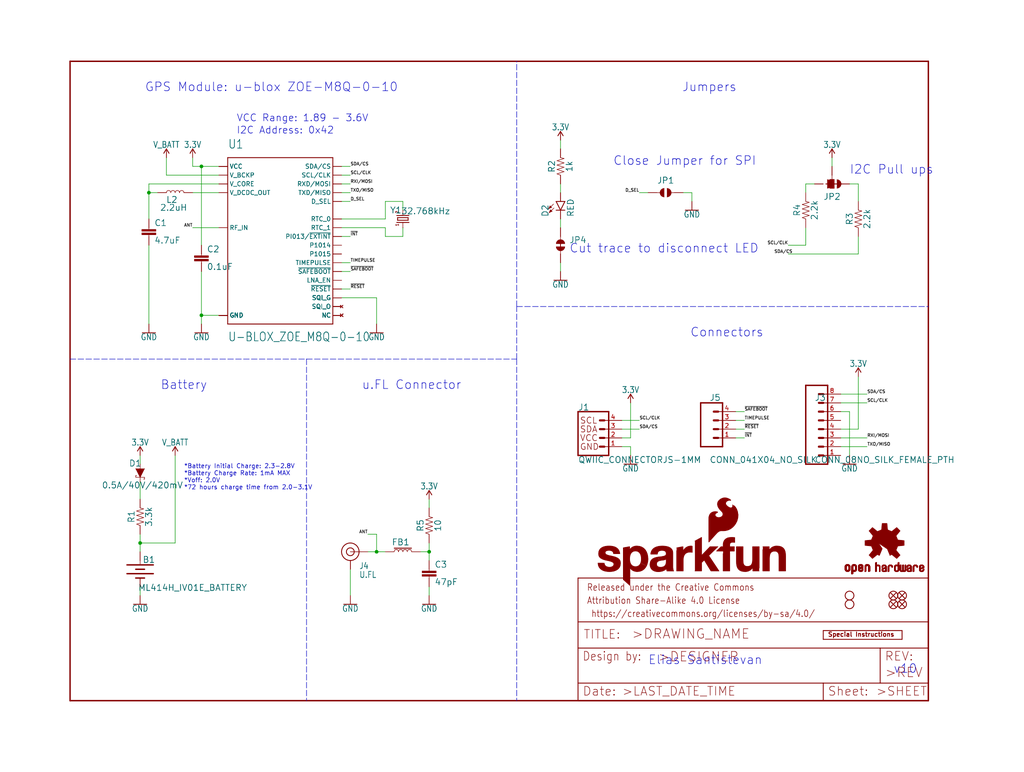
<source format=kicad_sch>
(kicad_sch (version 20211123) (generator eeschema)
  (paper "User" 297.002 223.926)
  (lib_symbols
    (symbol "eagleSchem-eagle-import:0.1UF-0603-25V-(+80{slash}-20%)"
      (property "Reference" "C" (at 1.524 2.921 0))
      (property "Value" "0.1UF-0603-25V-(+80{slash}-20%)" (at 1.524 -2.159 0))
      (symbol "0.1UF-0603-25V-(+80{slash}-20%)_1_0"
        (pin passive line (at 0 5.08 270) (length 2.54) (name "1") (number "1"))
        (pin passive line (at 0 -2.54 90) (length 2.54) (name "2") (number "2"))
      )
    )
    (symbol "eagleSchem-eagle-import:10OHM-0603-1{slash}10W-1%"
      (property "Reference" "R" (at 0 1.524 0))
      (property "Value" "10OHM-0603-1{slash}10W-1%" (at 0 -1.524 0))
      (symbol "10OHM-0603-1{slash}10W-1%_1_0"
        (pin passive line (at -5.08 0 0) (length 2.54) (name "1") (number "1"))
        (pin passive line (at 5.08 0 180) (length 2.54) (name "2") (number "2"))
      )
    )
    (symbol "eagleSchem-eagle-import:1KOHM-0603-1{slash}10W-1%"
      (property "Reference" "R" (at 0 1.524 0))
      (property "Value" "1KOHM-0603-1{slash}10W-1%" (at 0 -1.524 0))
      (symbol "1KOHM-0603-1{slash}10W-1%_1_0"
        (pin passive line (at -5.08 0 0) (length 2.54) (name "1") (number "1"))
        (pin passive line (at 5.08 0 180) (length 2.54) (name "2") (number "2"))
      )
    )
    (symbol "eagleSchem-eagle-import:2.2KOHM-0603-1{slash}10W-1%"
      (property "Reference" "R" (at 0 1.524 0))
      (property "Value" "2.2KOHM-0603-1{slash}10W-1%" (at 0 -1.524 0))
      (symbol "2.2KOHM-0603-1{slash}10W-1%_1_0"
        (pin passive line (at -5.08 0 0) (length 2.54) (name "1") (number "1"))
        (pin passive line (at 5.08 0 180) (length 2.54) (name "2") (number "2"))
      )
    )
    (symbol "eagleSchem-eagle-import:2.2μH_SHIELDED_INDUCTOR"
      (property "Reference" "L" (at 1.27 2.54 0))
      (property "Value" "2.2μH_SHIELDED_INDUCTOR" (at 1.27 -2.54 0))
      (symbol "2.2μH_SHIELDED_INDUCTOR_1_0"
        (pin passive line (at 0 5.08 270) (length 2.54) (name "1") (number "1"))
        (pin passive line (at 0 -5.08 90) (length 2.54) (name "2") (number "2"))
      )
    )
    (symbol "eagleSchem-eagle-import:3.3KOHM-0603-1{slash}10W-1%"
      (property "Reference" "R" (at 0 1.524 0))
      (property "Value" "3.3KOHM-0603-1{slash}10W-1%" (at 0 -1.524 0))
      (symbol "3.3KOHM-0603-1{slash}10W-1%_1_0"
        (pin passive line (at -5.08 0 0) (length 2.54) (name "1") (number "1"))
        (pin passive line (at 5.08 0 180) (length 2.54) (name "2") (number "2"))
      )
    )
    (symbol "eagleSchem-eagle-import:3.3V" (power)
      (property "Value" "3.3V" (at 0 2.794 0))
      (symbol "3.3V_1_0"
        (pin power_in line (at 0 0 90) (length 2.54) (name "3.3V") (number "1"))
      )
    )
    (symbol "eagleSchem-eagle-import:4.7UF-0603-6.3V-(10%)"
      (property "Reference" "C" (at 1.524 2.921 0))
      (property "Value" "4.7UF-0603-6.3V-(10%)" (at 1.524 -2.159 0))
      (symbol "4.7UF-0603-6.3V-(10%)_1_0"
        (pin passive line (at 0 5.08 270) (length 2.54) (name "1") (number "1"))
        (pin passive line (at 0 -2.54 90) (length 2.54) (name "2") (number "2"))
      )
    )
    (symbol "eagleSchem-eagle-import:47PF-0603-50V-5%"
      (property "Reference" "C" (at 1.524 2.921 0))
      (property "Value" "47PF-0603-50V-5%" (at 1.524 -2.159 0))
      (symbol "47PF-0603-50V-5%_1_0"
        (pin passive line (at 0 5.08 270) (length 2.54) (name "1") (number "1"))
        (pin passive line (at 0 -2.54 90) (length 2.54) (name "2") (number "2"))
      )
    )
    (symbol "eagleSchem-eagle-import:CONN_041X04_NO_SILK"
      (property "Reference" "J" (at -5.08 8.128 0))
      (property "Value" "CONN_041X04_NO_SILK" (at -5.08 -7.366 0))
      (symbol "CONN_041X04_NO_SILK_1_0"
        (pin passive line (at 5.08 -2.54 180) (length 5.08) (name "1") (number "1"))
        (pin passive line (at 5.08 0 180) (length 5.08) (name "2") (number "2"))
        (pin passive line (at 5.08 2.54 180) (length 5.08) (name "3") (number "3"))
        (pin passive line (at 5.08 5.08 180) (length 5.08) (name "4") (number "4"))
      )
    )
    (symbol "eagleSchem-eagle-import:CONN_08NO_SILK_FEMALE_PTH"
      (property "Reference" "J" (at -5.08 13.208 0))
      (property "Value" "CONN_08NO_SILK_FEMALE_PTH" (at -5.08 -12.446 0))
      (symbol "CONN_08NO_SILK_FEMALE_PTH_1_0"
        (pin passive line (at 5.08 -7.62 180) (length 5.08) (name "1") (number "1"))
        (pin passive line (at 5.08 -5.08 180) (length 5.08) (name "2") (number "2"))
        (pin passive line (at 5.08 -2.54 180) (length 5.08) (name "3") (number "3"))
        (pin passive line (at 5.08 0 180) (length 5.08) (name "4") (number "4"))
        (pin passive line (at 5.08 2.54 180) (length 5.08) (name "5") (number "5"))
        (pin passive line (at 5.08 5.08 180) (length 5.08) (name "6") (number "6"))
        (pin passive line (at 5.08 7.62 180) (length 5.08) (name "7") (number "7"))
        (pin passive line (at 5.08 10.16 180) (length 5.08) (name "8") (number "8"))
      )
    )
    (symbol "eagleSchem-eagle-import:CRYSTAL-32.768KHZSMD-3.2X1.5"
      (property "Reference" "Y" (at 0 2.032 0))
      (property "Value" "CRYSTAL-32.768KHZSMD-3.2X1.5" (at 0 -2.032 0))
      (symbol "CRYSTAL-32.768KHZSMD-3.2X1.5_1_0"
        (text "1" (at -2.159 -1.143 0) (effects (font (size 0.8636 0.734)) (justify left bottom)))
        (text "2" (at 1.524 -1.143 0) (effects (font (size 0.8636 0.734)) (justify left bottom)))
        (pin passive line (at -2.54 0 0) (length 0) (name "1") (number "P$1"))
        (pin passive line (at 2.54 0 180) (length 0) (name "2") (number "P$2"))
      )
    )
    (symbol "eagleSchem-eagle-import:DIODE-SCHOTTKY-PMEG4005EJ"
      (property "Reference" "D" (at -2.54 2.032 0))
      (property "Value" "DIODE-SCHOTTKY-PMEG4005EJ" (at -2.54 -2.032 0))
      (symbol "DIODE-SCHOTTKY-PMEG4005EJ_1_0"
        (pin passive line (at -2.54 0 0) (length 0) (name "A") (number "A"))
        (pin passive line (at 2.54 0 180) (length 0) (name "C") (number "C"))
      )
    )
    (symbol "eagleSchem-eagle-import:FERRITE_BEAD-120_OHM-0402"
      (property "Reference" "FB" (at 1.27 2.54 0))
      (property "Value" "FERRITE_BEAD-120_OHM-0402" (at 1.27 -2.54 0))
      (symbol "FERRITE_BEAD-120_OHM-0402_1_0"
        (pin passive line (at 0 5.08 270) (length 2.54) (name "1") (number "1"))
        (pin passive line (at 0 -5.08 90) (length 2.54) (name "2") (number "2"))
      )
    )
    (symbol "eagleSchem-eagle-import:FIDUCIALUFIDUCIAL")
    (symbol "eagleSchem-eagle-import:FRAME-LETTER"
      (symbol "FRAME-LETTER_2_0"
        (text " https://creativecommons.org/licenses/by-sa/4.0/" (at 2.54 24.13 0) (effects (font (size 1.9304 1.6408)) (justify left bottom)))
        (text ">DESIGNER" (at 23.114 11.176 0) (effects (font (size 2.7432 2.7432)) (justify left bottom)))
        (text ">DRAWING_NAME" (at 15.494 17.78 0) (effects (font (size 2.7432 2.7432)) (justify left bottom)))
        (text ">LAST_DATE_TIME" (at 12.7 1.27 0) (effects (font (size 2.54 2.54)) (justify left bottom)))
        (text ">REV" (at 88.9 6.604 0) (effects (font (size 2.7432 2.7432)) (justify left bottom)))
        (text ">SHEET" (at 86.36 1.27 0) (effects (font (size 2.54 2.54)) (justify left bottom)))
        (text "Attribution Share-Alike 4.0 License" (at 2.54 27.94 0) (effects (font (size 1.9304 1.6408)) (justify left bottom)))
        (text "Date:" (at 1.27 1.27 0) (effects (font (size 2.54 2.54)) (justify left bottom)))
        (text "Design by:" (at 1.27 11.43 0) (effects (font (size 2.54 2.159)) (justify left bottom)))
        (text "Released under the Creative Commons" (at 2.54 31.75 0) (effects (font (size 1.9304 1.6408)) (justify left bottom)))
        (text "REV:" (at 88.9 11.43 0) (effects (font (size 2.54 2.54)) (justify left bottom)))
        (text "Sheet:" (at 72.39 1.27 0) (effects (font (size 2.54 2.54)) (justify left bottom)))
        (text "TITLE:" (at 1.524 17.78 0) (effects (font (size 2.54 2.54)) (justify left bottom)))
      )
    )
    (symbol "eagleSchem-eagle-import:GND" (power)
      (property "Value" "GND" (at 0 -0.254 0))
      (symbol "GND_1_0"
        (pin power_in line (at 0 2.54 270) (length 2.54) (name "GND") (number "1"))
      )
    )
    (symbol "eagleSchem-eagle-import:JUMPER-SMT_2_NC_TRACE_SILK"
      (property "Reference" "JP" (at -2.54 2.54 0))
      (property "Value" "JUMPER-SMT_2_NC_TRACE_SILK" (at -2.54 -2.54 0))
      (symbol "JUMPER-SMT_2_NC_TRACE_SILK_1_0"
        (pin passive line (at -5.08 0 0) (length 2.54) (name "1") (number "1"))
        (pin passive line (at 5.08 0 180) (length 2.54) (name "2") (number "2"))
      )
    )
    (symbol "eagleSchem-eagle-import:JUMPER-SMT_2_NO_SILK"
      (property "Reference" "JP" (at -2.54 2.54 0))
      (property "Value" "JUMPER-SMT_2_NO_SILK" (at -2.54 -2.54 0))
      (symbol "JUMPER-SMT_2_NO_SILK_1_0"
        (pin passive line (at -5.08 0 0) (length 2.54) (name "1") (number "1"))
        (pin passive line (at 5.08 0 180) (length 2.54) (name "2") (number "2"))
      )
    )
    (symbol "eagleSchem-eagle-import:JUMPER-SMT_3_2-NC_TRACE_SILK"
      (property "Reference" "JP" (at 2.54 0.381 0))
      (property "Value" "JUMPER-SMT_3_2-NC_TRACE_SILK" (at 2.54 -0.381 0))
      (symbol "JUMPER-SMT_3_2-NC_TRACE_SILK_1_0"
        (pin passive line (at 0 5.08 270) (length 2.54) (name "1") (number "1"))
        (pin passive line (at -5.08 0 0) (length 2.54) (name "2") (number "2"))
        (pin passive line (at 0 -5.08 90) (length 2.54) (name "3") (number "3"))
      )
    )
    (symbol "eagleSchem-eagle-import:LED-RED0603"
      (property "Reference" "D" (at -3.429 -4.572 90))
      (property "Value" "LED-RED0603" (at 1.905 -4.572 90))
      (symbol "LED-RED0603_1_0"
        (pin passive line (at 0 2.54 270) (length 2.54) (name "A") (number "A"))
        (pin passive line (at 0 -5.08 90) (length 2.54) (name "C") (number "C"))
      )
    )
    (symbol "eagleSchem-eagle-import:ML414H_IV01E_BATTERY"
      (property "Reference" "BT" (at 0 4.318 0))
      (property "Value" "ML414H_IV01E_BATTERY" (at 0 -4.318 0))
      (symbol "ML414H_IV01E_BATTERY_1_0"
        (pin power_in line (at -5.08 0 0) (length 2.54) (name "+") (number "+"))
        (pin power_in line (at 5.08 0 180) (length 2.54) (name "-") (number "-"))
      )
    )
    (symbol "eagleSchem-eagle-import:OSHW-LOGOS")
    (symbol "eagleSchem-eagle-import:QWIIC_CONNECTORJS-1MM"
      (property "Reference" "J" (at -5.08 7.874 0))
      (property "Value" "QWIIC_CONNECTORJS-1MM" (at -5.08 -5.334 0))
      (symbol "QWIIC_CONNECTORJS-1MM_1_0"
        (text "GND" (at -4.572 -2.54 0) (effects (font (size 1.778 1.778)) (justify left)))
        (text "SCL" (at -4.572 5.08 0) (effects (font (size 1.778 1.778)) (justify left)))
        (text "SDA" (at -4.572 2.54 0) (effects (font (size 1.778 1.778)) (justify left)))
        (text "VCC" (at -4.572 0 0) (effects (font (size 1.778 1.778)) (justify left)))
        (pin power_in line (at 7.62 -2.54 180) (length 5.08) (name "1") (number "1"))
        (pin power_in line (at 7.62 0 180) (length 5.08) (name "2") (number "2"))
        (pin passive line (at 7.62 2.54 180) (length 5.08) (name "3") (number "3"))
        (pin passive line (at 7.62 5.08 180) (length 5.08) (name "4") (number "4"))
      )
    )
    (symbol "eagleSchem-eagle-import:SFE_LOGO_FLAME.1_INCH")
    (symbol "eagleSchem-eagle-import:SFE_LOGO_NAME_FLAME.1_INCH")
    (symbol "eagleSchem-eagle-import:SPECIAL_INSTRUCTIONS-ORDERING"
      (symbol "SPECIAL_INSTRUCTIONS-ORDERING_1_0"
        (text "Special Instructions" (at 1.27 0.6985 0) (effects (font (size 1.27 1.27) (thickness 0.254) bold) (justify left bottom)))
      )
    )
    (symbol "eagleSchem-eagle-import:STAND-OFFTIGHT")
    (symbol "eagleSchem-eagle-import:U-BLOX_ZOE_M8Q-0-10"
      (property "Reference" "U" (at -15.24 27.94 0))
      (property "Value" "U-BLOX_ZOE_M8Q-0-10" (at -15.24 -27.94 0))
      (symbol "U-BLOX_ZOE_M8Q-0-10_1_0"
        (pin power_in line (at -17.78 -20.32 0) (length 2.54) (name "GND") (number "1"))
        (pin power_in line (at -17.78 -20.32 0) (length 2.54) (name "GND") (number "10"))
        (pin power_in line (at -17.78 -20.32 0) (length 2.54) (name "GND") (number "11"))
        (pin power_in line (at -17.78 -20.32 0) (length 2.54) (name "GND") (number "12"))
        (pin no_connect line (at 17.78 -20.32 180) (length 2.54) (name "NC") (number "13"))
        (pin no_connect line (at 17.78 -20.32 180) (length 2.54) (name "NC") (number "14"))
        (pin no_connect line (at 17.78 -20.32 180) (length 2.54) (name "NC") (number "15"))
        (pin power_in line (at -17.78 20.32 0) (length 2.54) (name "V_BCKP") (number "16"))
        (pin power_in line (at -17.78 -20.32 0) (length 2.54) (name "GND") (number "17"))
        (pin bidirectional line (at 17.78 7.62 180) (length 2.54) (name "RTC_0") (number "18"))
        (pin bidirectional line (at 17.78 5.08 180) (length 2.54) (name "RTC_1") (number "19"))
        (pin bidirectional line (at 17.78 22.86 180) (length 2.54) (name "SDA/CS") (number "2"))
        (pin bidirectional line (at 17.78 -12.7 180) (length 2.54) (name "~{RESET}") (number "20"))
        (pin bidirectional line (at 17.78 15.24 180) (length 2.54) (name "TXD/MISO") (number "21"))
        (pin bidirectional line (at 17.78 17.78 180) (length 2.54) (name "RXD/MOSI") (number "22"))
        (pin power_in line (at -17.78 -20.32 0) (length 2.54) (name "GND") (number "23"))
        (pin power_in line (at -17.78 22.86 0) (length 2.54) (name "VCC") (number "24"))
        (pin power_in line (at -17.78 22.86 0) (length 2.54) (name "VCC") (number "25"))
        (pin power_in line (at -17.78 15.24 0) (length 2.54) (name "V_DCDC_OUT") (number "26"))
        (pin power_in line (at -17.78 17.78 0) (length 2.54) (name "V_CORE") (number "27"))
        (pin no_connect line (at 17.78 -20.32 180) (length 2.54) (name "NC") (number "28"))
        (pin bidirectional line (at 17.78 -15.24 180) (length 2.54) (name "SQI_G") (number "29"))
        (pin power_in line (at -17.78 -20.32 0) (length 2.54) (name "GND") (number "3"))
        (pin no_connect line (at 17.78 -17.78 180) (length 2.54) (name "SQI_O") (number "30"))
        (pin bidirectional line (at 17.78 -15.24 180) (length 2.54) (name "SQI_G") (number "31"))
        (pin bidirectional line (at 17.78 20.32 180) (length 2.54) (name "SCL/CLK") (number "32"))
        (pin bidirectional line (at 17.78 -5.08 180) (length 2.54) (name "TIMEPULSE") (number "33"))
        (pin bidirectional line (at 17.78 -7.62 180) (length 2.54) (name "~{SAFEBOOT}") (number "34"))
        (pin bidirectional line (at 17.78 -10.16 180) (length 2.54) (name "LNA_EN") (number "35"))
        (pin bidirectional line (at 17.78 -2.54 180) (length 2.54) (name "P1015") (number "36"))
        (pin power_in line (at -17.78 -20.32 0) (length 2.54) (name "GND") (number "37"))
        (pin power_in line (at -17.78 -20.32 0) (length 2.54) (name "GND") (number "38"))
        (pin power_in line (at -17.78 -20.32 0) (length 2.54) (name "GND") (number "39"))
        (pin bidirectional line (at -17.78 5.08 0) (length 2.54) (name "RF_IN") (number "4"))
        (pin power_in line (at -17.78 -20.32 0) (length 2.54) (name "GND") (number "40"))
        (pin power_in line (at -17.78 -20.32 0) (length 2.54) (name "GND") (number "41"))
        (pin no_connect line (at 17.78 -20.32 180) (length 2.54) (name "NC") (number "42"))
        (pin bidirectional line (at 17.78 2.54 180) (length 2.54) (name "PI013/~{EXTINT}") (number "43"))
        (pin power_in line (at -17.78 -20.32 0) (length 2.54) (name "GND") (number "44"))
        (pin no_connect line (at 17.78 -17.78 180) (length 2.54) (name "SQI_O") (number "45"))
        (pin bidirectional line (at 17.78 -15.24 180) (length 2.54) (name "SQI_G") (number "46"))
        (pin bidirectional line (at 17.78 -15.24 180) (length 2.54) (name "SQI_G") (number "47"))
        (pin bidirectional line (at 17.78 12.7 180) (length 2.54) (name "D_SEL") (number "48"))
        (pin power_in line (at -17.78 -20.32 0) (length 2.54) (name "GND") (number "49"))
        (pin power_in line (at -17.78 -20.32 0) (length 2.54) (name "GND") (number "5"))
        (pin bidirectional line (at 17.78 0 180) (length 2.54) (name "P1014") (number "50"))
        (pin no_connect line (at 17.78 -20.32 180) (length 2.54) (name "NC") (number "51"))
        (pin no_connect line (at 17.78 -20.32 180) (length 2.54) (name "NC") (number "6"))
        (pin power_in line (at -17.78 -20.32 0) (length 2.54) (name "GND") (number "7"))
        (pin power_in line (at -17.78 -20.32 0) (length 2.54) (name "GND") (number "8"))
        (pin power_in line (at -17.78 -20.32 0) (length 2.54) (name "GND") (number "9"))
      )
    )
    (symbol "eagleSchem-eagle-import:U.FL2PIN"
      (property "Reference" "J" (at 2.54 -5.08 0))
      (property "Value" "U.FL2PIN" (at 2.54 -7.62 0))
      (symbol "U.FL2PIN_1_0"
        (pin bidirectional line (at 0 -5.08 90) (length 2.54) (name "GND") (number "1"))
        (pin bidirectional line (at 0 -5.08 90) (length 2.54) (name "GND") (number "2"))
        (pin bidirectional line (at 5.08 0 180) (length 5.08) (name "SIGNAL") (number "FEED"))
      )
    )
    (symbol "eagleSchem-eagle-import:V_BATT" (power)
      (property "Value" "V_BATT" (at 0 2.794 0))
      (symbol "V_BATT_1_0"
        (pin power_in line (at 0 0 90) (length 2.54) (name "V_BATT") (number "1"))
      )
    )
  )
  (junction (at 43.18 55.88))
  (junction (at 124.46 160.02))
  (junction (at 58.42 48.26))
  (junction (at 109.22 160.02))
  (junction (at 40.64 157.48))
  (junction (at 58.42 91.44))
  (wire (pts (xy 40.64 157.48) (xy 40.64 154.94)))
  (wire (pts (xy 213.36 124.46) (xy 215.9 124.46)))
  (wire (pts (xy 99.06 53.34) (xy 101.6 53.34)))
  (wire (pts (xy 180.34 127) (xy 182.88 127)))
  (wire (pts (xy 187.96 55.88) (xy 185.42 55.88)))
  (wire (pts (xy 124.46 157.48) (xy 124.46 160.02)))
  (wire (pts (xy 40.64 134.62) (xy 40.64 132.08)))
  (polyline (pts (xy 20.32 104.14) (xy 88.9 104.14)))
  (wire (pts (xy 99.06 83.82) (xy 101.6 83.82)))
  (wire (pts (xy 241.3 48.26) (xy 241.3 45.72)))
  (wire (pts (xy 99.06 50.8) (xy 101.6 50.8)))
  (wire (pts (xy 162.56 55.88) (xy 162.56 53.34)))
  (wire (pts (xy 213.36 121.92) (xy 215.9 121.92)))
  (wire (pts (xy 248.92 124.46) (xy 248.92 109.22)))
  (wire (pts (xy 243.84 114.3) (xy 251.46 114.3)))
  (wire (pts (xy 99.06 68.58) (xy 101.6 68.58)))
  (wire (pts (xy 55.88 45.72) (xy 55.88 48.26)))
  (wire (pts (xy 233.68 66.04) (xy 233.68 71.12)))
  (wire (pts (xy 243.84 127) (xy 251.46 127)))
  (wire (pts (xy 111.76 58.42) (xy 116.84 58.42)))
  (wire (pts (xy 248.92 53.34) (xy 246.38 53.34)))
  (wire (pts (xy 58.42 91.44) (xy 58.42 93.98)))
  (wire (pts (xy 99.06 48.26) (xy 101.6 48.26)))
  (wire (pts (xy 243.84 116.84) (xy 251.46 116.84)))
  (wire (pts (xy 162.56 78.74) (xy 162.56 76.2)))
  (wire (pts (xy 99.06 58.42) (xy 101.6 58.42)))
  (wire (pts (xy 63.5 66.04) (xy 55.88 66.04)))
  (wire (pts (xy 109.22 154.94) (xy 106.68 154.94)))
  (wire (pts (xy 40.64 172.72) (xy 40.64 170.18)))
  (wire (pts (xy 99.06 86.36) (xy 109.22 86.36)))
  (wire (pts (xy 215.9 127) (xy 213.36 127)))
  (wire (pts (xy 213.36 119.38) (xy 215.9 119.38)))
  (wire (pts (xy 45.72 55.88) (xy 43.18 55.88)))
  (wire (pts (xy 236.22 53.34) (xy 233.68 53.34)))
  (wire (pts (xy 99.06 76.2) (xy 101.6 76.2)))
  (wire (pts (xy 48.26 50.8) (xy 48.26 45.72)))
  (wire (pts (xy 63.5 55.88) (xy 55.88 55.88)))
  (wire (pts (xy 99.06 78.74) (xy 101.6 78.74)))
  (wire (pts (xy 246.38 119.38) (xy 246.38 132.08)))
  (wire (pts (xy 121.92 160.02) (xy 124.46 160.02)))
  (polyline (pts (xy 149.86 88.9) (xy 269.24 88.9)))
  (wire (pts (xy 63.5 48.26) (xy 58.42 48.26)))
  (polyline (pts (xy 149.86 88.9) (xy 149.86 17.78)))
  (wire (pts (xy 162.56 40.64) (xy 162.56 43.18)))
  (wire (pts (xy 200.66 55.88) (xy 198.12 55.88)))
  (polyline (pts (xy 88.9 104.14) (xy 88.9 203.2)))
  (wire (pts (xy 109.22 154.94) (xy 109.22 160.02)))
  (wire (pts (xy 243.84 119.38) (xy 246.38 119.38)))
  (wire (pts (xy 111.76 63.5) (xy 111.76 58.42)))
  (wire (pts (xy 162.56 66.04) (xy 162.56 63.5)))
  (wire (pts (xy 50.8 157.48) (xy 50.8 132.08)))
  (wire (pts (xy 243.84 124.46) (xy 248.92 124.46)))
  (wire (pts (xy 124.46 147.32) (xy 124.46 144.78)))
  (wire (pts (xy 248.92 68.58) (xy 248.92 73.66)))
  (wire (pts (xy 106.68 160.02) (xy 109.22 160.02)))
  (wire (pts (xy 180.34 124.46) (xy 185.42 124.46)))
  (wire (pts (xy 58.42 78.74) (xy 58.42 91.44)))
  (wire (pts (xy 63.5 91.44) (xy 58.42 91.44)))
  (wire (pts (xy 40.64 160.02) (xy 40.64 157.48)))
  (wire (pts (xy 185.42 121.92) (xy 180.34 121.92)))
  (polyline (pts (xy 149.86 104.14) (xy 149.86 203.2)))
  (wire (pts (xy 116.84 66.04) (xy 116.84 68.58)))
  (wire (pts (xy 124.46 172.72) (xy 124.46 170.18)))
  (wire (pts (xy 58.42 48.26) (xy 55.88 48.26)))
  (wire (pts (xy 109.22 86.36) (xy 109.22 93.98)))
  (polyline (pts (xy 88.9 104.14) (xy 149.86 104.14)))
  (wire (pts (xy 40.64 144.78) (xy 40.64 139.7)))
  (wire (pts (xy 111.76 66.04) (xy 111.76 68.58)))
  (polyline (pts (xy 149.86 104.14) (xy 149.86 88.9)))
  (wire (pts (xy 43.18 71.12) (xy 43.18 93.98)))
  (wire (pts (xy 43.18 55.88) (xy 43.18 53.34)))
  (wire (pts (xy 63.5 50.8) (xy 48.26 50.8)))
  (wire (pts (xy 248.92 73.66) (xy 228.6 73.66)))
  (wire (pts (xy 40.64 157.48) (xy 50.8 157.48)))
  (wire (pts (xy 182.88 127) (xy 182.88 116.84)))
  (wire (pts (xy 43.18 53.34) (xy 63.5 53.34)))
  (wire (pts (xy 111.76 68.58) (xy 116.84 68.58)))
  (wire (pts (xy 233.68 53.34) (xy 233.68 55.88)))
  (wire (pts (xy 99.06 66.04) (xy 111.76 66.04)))
  (wire (pts (xy 248.92 58.42) (xy 248.92 53.34)))
  (wire (pts (xy 101.6 165.1) (xy 101.6 172.72)))
  (wire (pts (xy 233.68 71.12) (xy 228.6 71.12)))
  (wire (pts (xy 99.06 63.5) (xy 111.76 63.5)))
  (wire (pts (xy 99.06 55.88) (xy 101.6 55.88)))
  (wire (pts (xy 124.46 160.02) (xy 124.46 162.56)))
  (wire (pts (xy 200.66 55.88) (xy 200.66 58.42)))
  (wire (pts (xy 243.84 129.54) (xy 251.46 129.54)))
  (wire (pts (xy 58.42 48.26) (xy 58.42 71.12)))
  (wire (pts (xy 116.84 58.42) (xy 116.84 60.96)))
  (wire (pts (xy 180.34 129.54) (xy 182.88 129.54)))
  (wire (pts (xy 182.88 129.54) (xy 182.88 132.08)))
  (wire (pts (xy 43.18 55.88) (xy 43.18 63.5)))
  (wire (pts (xy 109.22 160.02) (xy 111.76 160.02)))
  (text "I2C Address: 0x42" (at 68.58 39.116 180) (effects (font (size 2.032 2.032)) (justify left bottom)))
  (text "GPS Module: u-blox ZOE-M8Q-0-10" (at 78.74 25.4 180) (effects (font (size 2.54 2.54))))
  (text "Jumpers" (at 205.74 25.4 180) (effects (font (size 2.54 2.54))))
  (text "VCC Range: 1.89 - 3.6V" (at 68.58 35.56 180) (effects (font (size 2.032 2.032)) (justify left bottom)))
  (text "v10" (at 259.08 195.58 180) (effects (font (size 2.54 2.54)) (justify left bottom)))
  (text "I2C Pull ups" (at 246.38 50.8 180) (effects (font (size 2.54 2.54)) (justify left bottom)))
  (text "Battery" (at 53.34 111.76 180) (effects (font (size 2.54 2.54))))
  (text "Connectors" (at 210.82 96.52 180) (effects (font (size 2.54 2.54))))
  (text "u.FL Connector" (at 119.38 111.76 180) (effects (font (size 2.54 2.54))))
  (text "Close Jumper for SPI" (at 177.8 48.26 180) (effects (font (size 2.54 2.54)) (justify left bottom)))
  (text "*Battery Initial Charge: 2.3-2.8V\n*Battery Charge Rate: 1mA MAX\n*Voff: 2.0V\n*72 hours charge time from 2.0-3.1V" (at 53.34 142.24 0) (effects (font (size 1.27 1.27)) (justify left bottom)))
  (text "Elias Santistevan" (at 187.96 193.04 180) (effects (font (size 2.54 2.54)) (justify left bottom)))
  (text "Cut trace to disconnect LED" (at 165.1 73.66 180) (effects (font (size 2.54 2.54)) (justify left bottom)))
  (label "RXI/MOSI" (at 101.6 53.34 0) (effects (font (size 0.889 0.889))))
  (label "~{SAFEBOOT}" (at 101.6 78.74 0) (effects (font (size 0.889 0.889))))
  (label "TXO/MISO" (at 101.6 55.88 0) (effects (font (size 0.889 0.889))))
  (label "TIMEPULSE" (at 215.9 121.92 0) (effects (font (size 0.889 0.889))))
  (label "~{INT}" (at 101.6 68.58 0) (effects (font (size 0.889 0.889))))
  (label "SDA/CS" (at 229.87 73.66 180) (effects (font (size 0.889 0.889))))
  (label "~{SAFEBOOT}" (at 215.9 119.38 0) (effects (font (size 0.889 0.889))))
  (label "~{RESET}" (at 101.6 83.82 0) (effects (font (size 0.889 0.889))))
  (label "SDA/CS" (at 101.6 48.26 0) (effects (font (size 0.889 0.889))))
  (label "D_SEL" (at 185.42 55.88 180) (effects (font (size 0.889 0.889))))
  (label "SCL/CLK" (at 228.6 71.12 180) (effects (font (size 0.889 0.889))))
  (label "ANT" (at 106.68 154.94 180) (effects (font (size 0.889 0.889))))
  (label "~{RESET}" (at 215.9 124.46 0) (effects (font (size 0.889 0.889))))
  (label "SDA/CS" (at 251.46 114.3 0) (effects (font (size 0.889 0.889))))
  (label "TIMEPULSE" (at 101.6 76.2 0) (effects (font (size 0.889 0.889))))
  (label "SCL/CLK" (at 101.6 50.8 0) (effects (font (size 0.889 0.889))))
  (label "RXI/MOSI" (at 251.46 127 0) (effects (font (size 0.889 0.889))))
  (label "TXO/MISO" (at 251.46 129.54 0) (effects (font (size 0.889 0.889))))
  (label "SCL/CLK" (at 251.46 116.84 0) (effects (font (size 0.889 0.889))))
  (label "D_SEL" (at 101.6 58.42 0) (effects (font (size 0.889 0.889))))
  (label "~{INT}" (at 215.9 127 0) (effects (font (size 0.889 0.889))))
  (label "SCL/CLK" (at 185.42 121.92 0) (effects (font (size 0.889 0.889))))
  (label "ANT" (at 55.88 66.04 180) (effects (font (size 0.889 0.889))))
  (label "SDA/CS" (at 185.42 124.46 0) (effects (font (size 0.889 0.889))))
  (symbol (lib_id "eagleSchem-eagle-import:FERRITE_BEAD-120_OHM-0402") (at 116.84 160.02 90) (unit 1)
    (property "Reference" "FB1" (at 118.872 156.21 90) (effects (font (size 1.778 1.778)) (justify left bottom)))
    (property "Value" "FERRITE_BEAD-120_OHM-0402" (effects hide))
    (property "Footprint" "eagleSchem:0402" (effects hide))
  )
  (symbol (lib_id "eagleSchem-eagle-import:3.3KOHM-0603-1{slash}10W-1%") (at 40.64 149.86 90) (unit 1)
    (property "Reference" "R1" (at 39.116 149.86 0) (effects (font (size 1.778 1.778)) (justify bottom)))
    (property "Value" "3.3k" (at 42.164 149.86 0) (effects (font (size 1.778 1.778)) (justify top)))
    (property "Footprint" "eagleSchem:0603" (effects hide))
  )
  (symbol (lib_id "eagleSchem-eagle-import:2.2KOHM-0603-1{slash}10W-1%") (at 248.92 63.5 90) (unit 1)
    (property "Reference" "R3" (at 247.396 63.5 0) (effects (font (size 1.778 1.778)) (justify bottom)))
    (property "Value" "2.2k" (at 250.444 63.5 0) (effects (font (size 1.778 1.778)) (justify top)))
    (property "Footprint" "eagleSchem:0603" (effects hide))
  )
  (symbol (lib_id "eagleSchem-eagle-import:3.3V") (at 124.46 144.78 0) (unit 1)
    (property "Reference" "#SUPPLY9" (effects hide))
    (property "Value" "3.3V" (at 124.46 141.986 0) (effects (font (size 1.778 1.5113)) (justify bottom)))
    (property "Footprint" "eagleSchem:" (effects hide))
  )
  (symbol (lib_id "eagleSchem-eagle-import:STAND-OFFTIGHT") (at 246.38 175.26 0) (unit 1)
    (property "Reference" "H3" (effects hide))
    (property "Value" "STAND-OFFTIGHT" (effects hide))
    (property "Footprint" "eagleSchem:STAND-OFF-TIGHT" (effects hide))
  )
  (symbol (lib_id "eagleSchem-eagle-import:FIDUCIALUFIDUCIAL") (at 259.08 172.72 0) (unit 1)
    (property "Reference" "FD4" (effects hide))
    (property "Value" "FIDUCIALUFIDUCIAL" (effects hide))
    (property "Footprint" "eagleSchem:FIDUCIAL-MICRO" (effects hide))
  )
  (symbol (lib_id "eagleSchem-eagle-import:JUMPER-SMT_3_2-NC_TRACE_SILK") (at 241.3 53.34 270) (unit 1)
    (property "Reference" "JP2" (at 238.76 58.039 90) (effects (font (size 1.778 1.778)) (justify left bottom)))
    (property "Value" "JUMPER-SMT_3_2-NC_TRACE_SILK" (effects hide))
    (property "Footprint" "eagleSchem:SMT-JUMPER_3_2-NC_TRACE_SILK" (effects hide))
  )
  (symbol (lib_id "eagleSchem-eagle-import:GND") (at 40.64 175.26 0) (unit 1)
    (property "Reference" "#GND10" (effects hide))
    (property "Value" "GND" (at 40.64 175.514 0) (effects (font (size 1.778 1.5113)) (justify top)))
    (property "Footprint" "eagleSchem:" (effects hide))
  )
  (symbol (lib_id "eagleSchem-eagle-import:OSHW-LOGOS") (at 256.54 157.48 0) (unit 1)
    (property "Reference" "LOGO2" (effects hide))
    (property "Value" "OSHW-LOGOS" (effects hide))
    (property "Footprint" "eagleSchem:OSHW-LOGO-S" (effects hide))
  )
  (symbol (lib_id "eagleSchem-eagle-import:QWIIC_CONNECTORJS-1MM") (at 172.72 127 0) (unit 1)
    (property "Reference" "J1" (at 167.64 119.126 0) (effects (font (size 1.778 1.778)) (justify left bottom)))
    (property "Value" "QWIIC_CONNECTORJS-1MM" (at 167.64 132.334 0) (effects (font (size 1.778 1.778)) (justify left top)))
    (property "Footprint" "eagleSchem:JST04_1MM_RA" (effects hide))
  )
  (symbol (lib_id "eagleSchem-eagle-import:GND") (at 124.46 175.26 0) (unit 1)
    (property "Reference" "#GND7" (effects hide))
    (property "Value" "GND" (at 124.46 175.514 0) (effects (font (size 1.778 1.5113)) (justify top)))
    (property "Footprint" "eagleSchem:" (effects hide))
  )
  (symbol (lib_id "eagleSchem-eagle-import:U.FL2PIN") (at 101.6 160.02 0) (unit 1)
    (property "Reference" "J4" (at 104.14 165.1 0) (effects (font (size 1.778 1.5113)) (justify left bottom)))
    (property "Value" "U.FL" (at 104.14 167.64 0) (effects (font (size 1.778 1.5113)) (justify left bottom)))
    (property "Footprint" "eagleSchem:U.FL" (effects hide))
  )
  (symbol (lib_id "eagleSchem-eagle-import:SFE_LOGO_FLAME.1_INCH") (at 205.232 157.734 0) (unit 1)
    (property "Reference" "LOGO3" (effects hide))
    (property "Value" "SFE_LOGO_FLAME.1_INCH" (effects hide))
    (property "Footprint" "eagleSchem:SFE_LOGO_FLAME_.1" (effects hide))
  )
  (symbol (lib_id "eagleSchem-eagle-import:GND") (at 109.22 96.52 0) (unit 1)
    (property "Reference" "#GND9" (effects hide))
    (property "Value" "GND" (at 109.22 96.774 0) (effects (font (size 1.778 1.5113)) (justify top)))
    (property "Footprint" "eagleSchem:" (effects hide))
  )
  (symbol (lib_id "eagleSchem-eagle-import:FRAME-LETTER") (at 20.32 203.2 0) (unit 1)
    (property "Reference" "FRAME1" (effects hide))
    (property "Value" "FRAME-LETTER" (effects hide))
    (property "Footprint" "eagleSchem:CREATIVE_COMMONS" (effects hide))
  )
  (symbol (lib_id "eagleSchem-eagle-import:DIODE-SCHOTTKY-PMEG4005EJ") (at 40.64 137.16 270) (unit 1)
    (property "Reference" "D1" (at 37.338 135.382 90) (effects (font (size 1.778 1.778)) (justify left bottom)))
    (property "Value" "0.5A/40V/420mV" (at 29.464 139.7 90) (effects (font (size 1.778 1.778)) (justify left top)))
    (property "Footprint" "eagleSchem:SOD-323" (effects hide))
  )
  (symbol (lib_id "eagleSchem-eagle-import:FIDUCIALUFIDUCIAL") (at 261.62 172.72 0) (unit 1)
    (property "Reference" "FD1" (effects hide))
    (property "Value" "FIDUCIALUFIDUCIAL" (effects hide))
    (property "Footprint" "eagleSchem:FIDUCIAL-MICRO" (effects hide))
  )
  (symbol (lib_id "eagleSchem-eagle-import:GND") (at 182.88 134.62 0) (unit 1)
    (property "Reference" "#GND3" (effects hide))
    (property "Value" "GND" (at 182.88 134.874 0) (effects (font (size 1.778 1.5113)) (justify top)))
    (property "Footprint" "eagleSchem:" (effects hide))
  )
  (symbol (lib_id "eagleSchem-eagle-import:47PF-0603-50V-5%") (at 124.46 167.64 0) (unit 1)
    (property "Reference" "C3" (at 125.984 164.719 0) (effects (font (size 1.778 1.778)) (justify left bottom)))
    (property "Value" "47pF" (at 125.984 169.799 0) (effects (font (size 1.778 1.778)) (justify left bottom)))
    (property "Footprint" "eagleSchem:0603" (effects hide))
  )
  (symbol (lib_id "eagleSchem-eagle-import:LED-RED0603") (at 162.56 58.42 0) (unit 1)
    (property "Reference" "D2" (at 159.131 62.992 90) (effects (font (size 1.778 1.778)) (justify left bottom)))
    (property "Value" "RED" (at 164.465 62.992 90) (effects (font (size 1.778 1.778)) (justify left top)))
    (property "Footprint" "eagleSchem:LED-0603" (effects hide))
  )
  (symbol (lib_id "eagleSchem-eagle-import:3.3V") (at 162.56 40.64 0) (unit 1)
    (property "Reference" "#SUPPLY7" (effects hide))
    (property "Value" "3.3V" (at 162.56 37.846 0) (effects (font (size 1.778 1.5113)) (justify bottom)))
    (property "Footprint" "eagleSchem:" (effects hide))
  )
  (symbol (lib_id "eagleSchem-eagle-import:2.2KOHM-0603-1{slash}10W-1%") (at 233.68 60.96 90) (unit 1)
    (property "Reference" "R4" (at 232.156 60.96 0) (effects (font (size 1.778 1.778)) (justify bottom)))
    (property "Value" "2.2k" (at 235.204 60.96 0) (effects (font (size 1.778 1.778)) (justify top)))
    (property "Footprint" "eagleSchem:0603" (effects hide))
  )
  (symbol (lib_id "eagleSchem-eagle-import:V_BATT") (at 50.8 132.08 0) (unit 1)
    (property "Reference" "#SUPPLY1" (effects hide))
    (property "Value" "V_BATT" (at 50.8 129.286 0) (effects (font (size 1.778 1.5113)) (justify bottom)))
    (property "Footprint" "eagleSchem:" (effects hide))
  )
  (symbol (lib_id "eagleSchem-eagle-import:GND") (at 43.18 96.52 0) (unit 1)
    (property "Reference" "#GND1" (effects hide))
    (property "Value" "GND" (at 43.18 96.774 0) (effects (font (size 1.778 1.5113)) (justify top)))
    (property "Footprint" "eagleSchem:" (effects hide))
  )
  (symbol (lib_id "eagleSchem-eagle-import:FIDUCIALUFIDUCIAL") (at 259.08 175.26 0) (unit 1)
    (property "Reference" "FD2" (effects hide))
    (property "Value" "FIDUCIALUFIDUCIAL" (effects hide))
    (property "Footprint" "eagleSchem:FIDUCIAL-MICRO" (effects hide))
  )
  (symbol (lib_id "eagleSchem-eagle-import:2.2μH_SHIELDED_INDUCTOR") (at 50.8 55.88 90) (unit 1)
    (property "Reference" "L2" (at 51.562 56.896 90) (effects (font (size 1.778 1.778)) (justify left bottom)))
    (property "Value" "2.2uH" (at 54.356 61.214 90) (effects (font (size 1.778 1.778)) (justify left top)))
    (property "Footprint" "eagleSchem:0806" (effects hide))
  )
  (symbol (lib_id "eagleSchem-eagle-import:CONN_08NO_SILK_FEMALE_PTH") (at 238.76 124.46 0) (unit 1)
    (property "Reference" "J3" (at 236.22 116.332 0) (effects (font (size 1.778 1.778)) (justify left bottom)))
    (property "Value" "CONN_08NO_SILK_FEMALE_PTH" (at 236.22 134.366 0) (effects (font (size 1.778 1.778)) (justify left bottom)))
    (property "Footprint" "eagleSchem:1X08_NO_SILK" (effects hide))
  )
  (symbol (lib_id "eagleSchem-eagle-import:JUMPER-SMT_2_NC_TRACE_SILK") (at 162.56 71.12 90) (unit 1)
    (property "Reference" "JP4" (at 170.18 68.58 90) (effects (font (size 1.778 1.778)) (justify left bottom)))
    (property "Value" "JUMPER-SMT_2_NC_TRACE_SILK" (effects hide))
    (property "Footprint" "eagleSchem:SMT-JUMPER_2_NC_TRACE_SILK" (effects hide))
  )
  (symbol (lib_id "eagleSchem-eagle-import:GND") (at 101.6 175.26 0) (unit 1)
    (property "Reference" "#GND6" (effects hide))
    (property "Value" "GND" (at 101.6 175.514 0) (effects (font (size 1.778 1.5113)) (justify top)))
    (property "Footprint" "eagleSchem:" (effects hide))
  )
  (symbol (lib_id "eagleSchem-eagle-import:SPECIAL_INSTRUCTIONS-ORDERING") (at 238.76 185.42 0) (unit 1)
    (property "Reference" "LOGO4" (effects hide))
    (property "Value" "SPECIAL_INSTRUCTIONS-ORDERING" (effects hide))
    (property "Footprint" "eagleSchem:ORDERING_INSTRUCTIONS" (effects hide))
  )
  (symbol (lib_id "eagleSchem-eagle-import:10OHM-0603-1{slash}10W-1%") (at 124.46 152.4 90) (unit 1)
    (property "Reference" "R5" (at 122.936 152.4 0) (effects (font (size 1.778 1.778)) (justify bottom)))
    (property "Value" "10" (at 125.984 152.4 0) (effects (font (size 1.778 1.778)) (justify top)))
    (property "Footprint" "eagleSchem:0603" (effects hide))
  )
  (symbol (lib_id "eagleSchem-eagle-import:SFE_LOGO_NAME_FLAME.1_INCH") (at 172.72 170.18 0) (unit 1)
    (property "Reference" "LOGO1" (effects hide))
    (property "Value" "SFE_LOGO_NAME_FLAME.1_INCH" (effects hide))
    (property "Footprint" "eagleSchem:SFE_LOGO_NAME_FLAME_.1" (effects hide))
  )
  (symbol (lib_id "eagleSchem-eagle-import:1KOHM-0603-1{slash}10W-1%") (at 162.56 48.26 90) (unit 1)
    (property "Reference" "R2" (at 161.036 48.26 0) (effects (font (size 1.778 1.778)) (justify bottom)))
    (property "Value" "1k" (at 164.084 48.26 0) (effects (font (size 1.778 1.778)) (justify top)))
    (property "Footprint" "eagleSchem:0603" (effects hide))
  )
  (symbol (lib_id "eagleSchem-eagle-import:U-BLOX_ZOE_M8Q-0-10") (at 81.28 71.12 0) (unit 1)
    (property "Reference" "U1" (at 66.04 43.18 0) (effects (font (size 2.54 2.159)) (justify left bottom)))
    (property "Value" "U-BLOX_ZOE_M8Q-0-10" (at 66.04 99.06 0) (effects (font (size 2.54 2.159)) (justify left bottom)))
    (property "Footprint" "eagleSchem:UBLOX_ZOE_M8-0-10" (effects hide))
  )
  (symbol (lib_id "eagleSchem-eagle-import:JUMPER-SMT_2_NO_SILK") (at 193.04 55.88 0) (unit 1)
    (property "Reference" "JP1" (at 190.5 53.34 0) (effects (font (size 1.778 1.778)) (justify left bottom)))
    (property "Value" "JUMPER-SMT_2_NO_SILK" (effects hide))
    (property "Footprint" "eagleSchem:SMT-JUMPER_2_NO_SILK" (effects hide))
  )
  (symbol (lib_id "eagleSchem-eagle-import:CONN_041X04_NO_SILK") (at 208.28 124.46 0) (unit 1)
    (property "Reference" "J5" (at 205.74 116.332 0) (effects (font (size 1.778 1.778)) (justify left bottom)))
    (property "Value" "CONN_041X04_NO_SILK" (at 205.74 134.366 0) (effects (font (size 1.778 1.778)) (justify left bottom)))
    (property "Footprint" "eagleSchem:1X04_NO_SILK" (effects hide))
  )
  (symbol (lib_id "eagleSchem-eagle-import:ML414H_IV01E_BATTERY") (at 40.64 165.1 270) (unit 1)
    (property "Reference" "B1" (at 43.18 163.322 90) (effects (font (size 1.778 1.778)) (justify bottom)))
    (property "Value" "ML414H_IV01E_BATTERY" (at 55.88 169.418 90) (effects (font (size 1.778 1.778)) (justify top)))
    (property "Footprint" "eagleSchem:ML414H_IV01E" (effects hide))
  )
  (symbol (lib_id "eagleSchem-eagle-import:3.3V") (at 248.92 109.22 0) (unit 1)
    (property "Reference" "#SUPPLY4" (effects hide))
    (property "Value" "3.3V" (at 248.92 106.426 0) (effects (font (size 1.778 1.5113)) (justify bottom)))
    (property "Footprint" "eagleSchem:" (effects hide))
  )
  (symbol (lib_id "eagleSchem-eagle-import:FRAME-LETTER") (at 167.64 203.2 0) (unit 2)
    (property "Reference" "FRAME1" (effects hide))
    (property "Value" "FRAME-LETTER" (effects hide))
    (property "Footprint" "eagleSchem:CREATIVE_COMMONS" (effects hide))
  )
  (symbol (lib_id "eagleSchem-eagle-import:GND") (at 246.38 134.62 0) (unit 1)
    (property "Reference" "#GND4" (effects hide))
    (property "Value" "GND" (at 246.38 134.874 0) (effects (font (size 1.778 1.5113)) (justify top)))
    (property "Footprint" "eagleSchem:" (effects hide))
  )
  (symbol (lib_id "eagleSchem-eagle-import:3.3V") (at 55.88 45.72 0) (unit 1)
    (property "Reference" "#SUPPLY2" (effects hide))
    (property "Value" "3.3V" (at 55.88 42.926 0) (effects (font (size 1.778 1.5113)) (justify bottom)))
    (property "Footprint" "eagleSchem:" (effects hide))
  )
  (symbol (lib_id "eagleSchem-eagle-import:CRYSTAL-32.768KHZSMD-3.2X1.5") (at 116.84 63.5 270) (mirror x) (unit 1)
    (property "Reference" "Y1" (at 114.808 61.976 90) (effects (font (size 1.778 1.778)) (justify top)))
    (property "Value" "32.768kHz" (at 123.444 60.198 90) (effects (font (size 1.778 1.778)) (justify bottom)))
    (property "Footprint" "eagleSchem:CRYSTAL-SMD-3.2X1.5MM" (effects hide))
  )
  (symbol (lib_id "eagleSchem-eagle-import:GND") (at 162.56 81.28 0) (unit 1)
    (property "Reference" "#GND5" (effects hide))
    (property "Value" "GND" (at 162.56 81.534 0) (effects (font (size 1.778 1.5113)) (justify top)))
    (property "Footprint" "eagleSchem:" (effects hide))
  )
  (symbol (lib_id "eagleSchem-eagle-import:GND") (at 200.66 60.96 0) (unit 1)
    (property "Reference" "#GND2" (effects hide))
    (property "Value" "GND" (at 200.66 61.214 0) (effects (font (size 1.778 1.5113)) (justify top)))
    (property "Footprint" "eagleSchem:" (effects hide))
  )
  (symbol (lib_id "eagleSchem-eagle-import:3.3V") (at 241.3 45.72 0) (unit 1)
    (property "Reference" "#SUPPLY5" (effects hide))
    (property "Value" "3.3V" (at 241.3 42.926 0) (effects (font (size 1.778 1.5113)) (justify bottom)))
    (property "Footprint" "eagleSchem:" (effects hide))
  )
  (symbol (lib_id "eagleSchem-eagle-import:FIDUCIALUFIDUCIAL") (at 261.62 175.26 0) (unit 1)
    (property "Reference" "FD3" (effects hide))
    (property "Value" "FIDUCIALUFIDUCIAL" (effects hide))
    (property "Footprint" "eagleSchem:FIDUCIAL-MICRO" (effects hide))
  )
  (symbol (lib_id "eagleSchem-eagle-import:STAND-OFFTIGHT") (at 246.38 172.72 0) (unit 1)
    (property "Reference" "H2" (effects hide))
    (property "Value" "STAND-OFFTIGHT" (effects hide))
    (property "Footprint" "eagleSchem:STAND-OFF-TIGHT" (effects hide))
  )
  (symbol (lib_id "eagleSchem-eagle-import:4.7UF-0603-6.3V-(10%)") (at 43.18 68.58 0) (unit 1)
    (property "Reference" "C1" (at 44.704 65.659 0) (effects (font (size 1.778 1.778)) (justify left bottom)))
    (property "Value" "4.7uF" (at 44.704 70.739 0) (effects (font (size 1.778 1.778)) (justify left bottom)))
    (property "Footprint" "eagleSchem:0603" (effects hide))
  )
  (symbol (lib_id "eagleSchem-eagle-import:V_BATT") (at 48.26 45.72 0) (unit 1)
    (property "Reference" "#SUPPLY6" (effects hide))
    (property "Value" "V_BATT" (at 48.26 42.926 0) (effects (font (size 1.778 1.5113)) (justify bottom)))
    (property "Footprint" "eagleSchem:" (effects hide))
  )
  (symbol (lib_id "eagleSchem-eagle-import:GND") (at 58.42 96.52 0) (unit 1)
    (property "Reference" "#GND8" (effects hide))
    (property "Value" "GND" (at 58.42 96.774 0) (effects (font (size 1.778 1.5113)) (justify top)))
    (property "Footprint" "eagleSchem:" (effects hide))
  )
  (symbol (lib_id "eagleSchem-eagle-import:0.1UF-0603-25V-(+80{slash}-20%)") (at 58.42 76.2 0) (unit 1)
    (property "Reference" "C2" (at 59.944 73.279 0) (effects (font (size 1.778 1.778)) (justify left bottom)))
    (property "Value" "0.1uF" (at 59.944 78.359 0) (effects (font (size 1.778 1.778)) (justify left bottom)))
    (property "Footprint" "eagleSchem:0603" (effects hide))
  )
  (symbol (lib_id "eagleSchem-eagle-import:3.3V") (at 40.64 132.08 0) (unit 1)
    (property "Reference" "#SUPPLY3" (effects hide))
    (property "Value" "3.3V" (at 40.64 129.286 0) (effects (font (size 1.778 1.5113)) (justify bottom)))
    (property "Footprint" "eagleSchem:" (effects hide))
  )
  (symbol (lib_id "eagleSchem-eagle-import:3.3V") (at 182.88 116.84 0) (unit 1)
    (property "Reference" "#SUPPLY8" (effects hide))
    (property "Value" "3.3V" (at 182.88 114.046 0) (effects (font (size 1.778 1.5113)) (justify bottom)))
    (property "Footprint" "eagleSchem:" (effects hide))
  )
)
</source>
